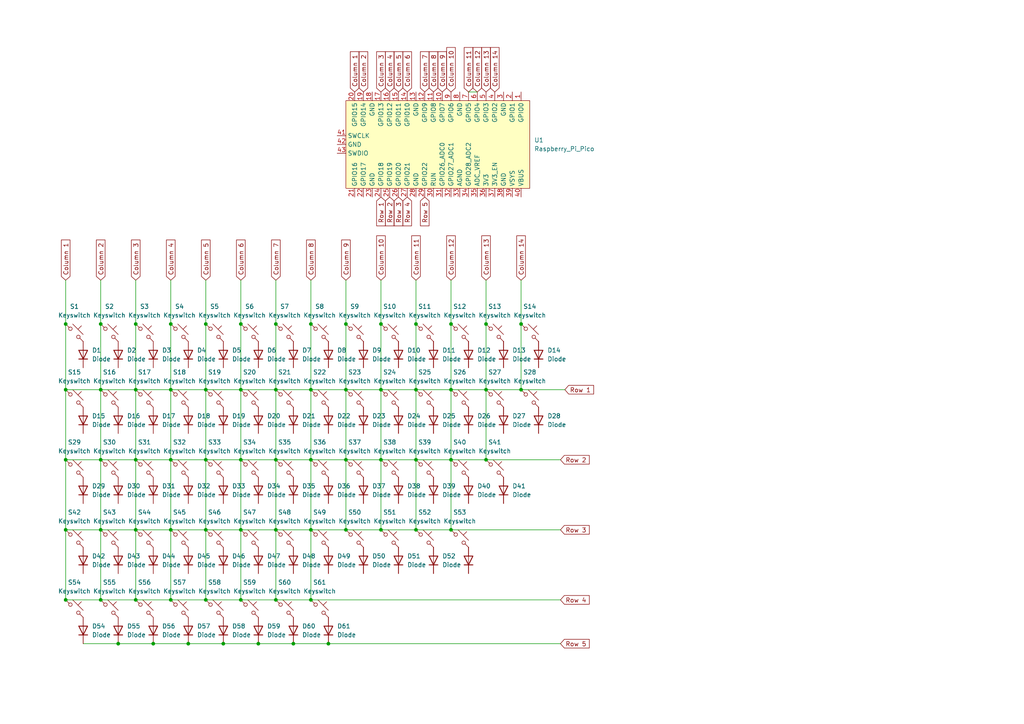
<source format=kicad_sch>
(kicad_sch (version 20231120) (generator "eeschema") (generator_version "8.0")
  (paper "A4")
  (lib_symbols
    (symbol "ScottoKeebs:MCU_Raspberry_Pi_Pico"
      (property "Reference" "U" (at 0 0 0))
      (property "Value" "Raspberry_Pi_Pico" (at 0 27.94 0))
      (symbol "MCU_Raspberry_Pi_Pico_1_1"
        (pin bidirectional line (at -15.24 24.13 0) (length 2.54) (name "GPIO0") (number "1"))
        (pin bidirectional line (at -15.24 1.27 0) (length 2.54) (name "GPIO7") (number "10"))
        (pin bidirectional line (at -15.24 -1.27 0) (length 2.54) (name "GPIO8") (number "11"))
        (pin bidirectional line (at -15.24 -3.81 0) (length 2.54) (name "GPIO9") (number "12"))
        (pin power_in line (at -15.24 -6.35 0) (length 2.54) (name "GND") (number "13"))
        (pin bidirectional line (at -15.24 -8.89 0) (length 2.54) (name "GPIO10") (number "14"))
        (pin bidirectional line (at -15.24 -11.43 0) (length 2.54) (name "GPIO11") (number "15"))
        (pin bidirectional line (at -15.24 -13.97 0) (length 2.54) (name "GPIO12") (number "16"))
        (pin bidirectional line (at -15.24 -16.51 0) (length 2.54) (name "GPIO13") (number "17"))
        (pin power_in line (at -15.24 -19.05 0) (length 2.54) (name "GND") (number "18"))
        (pin bidirectional line (at -15.24 -21.59 0) (length 2.54) (name "GPIO14") (number "19"))
        (pin bidirectional line (at -15.24 21.59 0) (length 2.54) (name "GPIO1") (number "2"))
        (pin bidirectional line (at -15.24 -24.13 0) (length 2.54) (name "GPIO15") (number "20"))
        (pin bidirectional line (at 15.24 -24.13 180) (length 2.54) (name "GPIO16") (number "21"))
        (pin bidirectional line (at 15.24 -21.59 180) (length 2.54) (name "GPIO17") (number "22"))
        (pin power_in line (at 15.24 -19.05 180) (length 2.54) (name "GND") (number "23"))
        (pin bidirectional line (at 15.24 -16.51 180) (length 2.54) (name "GPIO18") (number "24"))
        (pin bidirectional line (at 15.24 -13.97 180) (length 2.54) (name "GPIO19") (number "25"))
        (pin bidirectional line (at 15.24 -11.43 180) (length 2.54) (name "GPIO20") (number "26"))
        (pin bidirectional line (at 15.24 -8.89 180) (length 2.54) (name "GPIO21") (number "27"))
        (pin power_in line (at 15.24 -6.35 180) (length 2.54) (name "GND") (number "28"))
        (pin bidirectional line (at 15.24 -3.81 180) (length 2.54) (name "GPIO22") (number "29"))
        (pin power_in line (at -15.24 19.05 0) (length 2.54) (name "GND") (number "3"))
        (pin input line (at 15.24 -1.27 180) (length 2.54) (name "RUN") (number "30"))
        (pin bidirectional line (at 15.24 1.27 180) (length 2.54) (name "GPIO26_ADC0") (number "31"))
        (pin bidirectional line (at 15.24 3.81 180) (length 2.54) (name "GPIO27_ADC1") (number "32"))
        (pin power_in line (at 15.24 6.35 180) (length 2.54) (name "AGND") (number "33"))
        (pin bidirectional line (at 15.24 8.89 180) (length 2.54) (name "GPIO28_ADC2") (number "34"))
        (pin power_in line (at 15.24 11.43 180) (length 2.54) (name "ADC_VREF") (number "35"))
        (pin power_in line (at 15.24 13.97 180) (length 2.54) (name "3V3") (number "36"))
        (pin input line (at 15.24 16.51 180) (length 2.54) (name "3V3_EN") (number "37"))
        (pin bidirectional line (at 15.24 19.05 180) (length 2.54) (name "GND") (number "38"))
        (pin power_in line (at 15.24 21.59 180) (length 2.54) (name "VSYS") (number "39"))
        (pin bidirectional line (at -15.24 16.51 0) (length 2.54) (name "GPIO2") (number "4"))
        (pin power_in line (at 15.24 24.13 180) (length 2.54) (name "VBUS") (number "40"))
        (pin input line (at -2.54 -29.21 90) (length 2.54) (name "SWCLK") (number "41"))
        (pin power_in line (at 0 -29.21 90) (length 2.54) (name "GND") (number "42"))
        (pin bidirectional line (at 2.54 -29.21 90) (length 2.54) (name "SWDIO") (number "43"))
        (pin bidirectional line (at -15.24 13.97 0) (length 2.54) (name "GPIO3") (number "5"))
        (pin bidirectional line (at -15.24 11.43 0) (length 2.54) (name "GPIO4") (number "6"))
        (pin bidirectional line (at -15.24 8.89 0) (length 2.54) (name "GPIO5") (number "7"))
        (pin power_in line (at -15.24 6.35 0) (length 2.54) (name "GND") (number "8"))
        (pin bidirectional line (at -15.24 3.81 0) (length 2.54) (name "GPIO6") (number "9"))
      )
    )
    (symbol "ScottoKeebs:Placeholder_Diode" (pin_numbers hide) (pin_names hide)
      (property "Reference" "D" (at 0 2.54 0))
      (property "Value" "Diode" (at 0 -2.54 0))
      (symbol "Placeholder_Diode_1_1"
        (pin passive line (at -3.81 0 0) (length 2.54) (name "K") (number "1"))
        (pin passive line (at 3.81 0 180) (length 2.54) (name "A") (number "2"))
      )
    )
    (symbol "ScottoKeebs:Placeholder_Keyswitch" (pin_numbers hide) (pin_names (offset 1.016) hide)
      (property "Reference" "S" (at 3.048 1.016 0))
      (property "Value" "Keyswitch" (at 0 -3.81 0))
      (symbol "Placeholder_Keyswitch_0_1"
        (pin passive line (at -2.54 2.54 0) (length 0) (name "1") (number "1"))
        (pin passive line (at 2.54 -2.54 180) (length 0) (name "2") (number "2"))
      )
    )
  )
  (junction (at 100.33 133.35))
  (junction (at 69.85 93.98))
  (junction (at 49.53 113.03))
  (junction (at 110.49 93.98))
  (junction (at 29.21 173.99))
  (junction (at 151.13 93.98))
  (junction (at 69.85 153.67))
  (junction (at 19.05 173.99))
  (junction (at 90.17 173.99))
  (junction (at 90.17 153.67))
  (junction (at 29.21 113.03))
  (junction (at 130.81 153.67))
  (junction (at 80.01 153.67))
  (junction (at 59.69 133.35))
  (junction (at 74.93 186.69))
  (junction (at 44.45 186.69))
  (junction (at 29.21 133.35))
  (junction (at 120.65 153.67))
  (junction (at 80.01 133.35))
  (junction (at 100.33 113.03))
  (junction (at 59.69 93.98))
  (junction (at 19.05 93.98))
  (junction (at 59.69 113.03))
  (junction (at 39.37 153.67))
  (junction (at 140.97 93.98))
  (junction (at 69.85 113.03))
  (junction (at 49.53 173.99))
  (junction (at 110.49 153.67))
  (junction (at 130.81 113.03))
  (junction (at 110.49 133.35))
  (junction (at 29.21 93.98))
  (junction (at 19.05 153.67))
  (junction (at 80.01 113.03))
  (junction (at 69.85 173.99))
  (junction (at 140.97 133.35))
  (junction (at 19.05 113.03))
  (junction (at 59.69 173.99))
  (junction (at 95.25 186.69))
  (junction (at 120.65 113.03))
  (junction (at 85.09 186.69))
  (junction (at 110.49 113.03))
  (junction (at 80.01 173.99))
  (junction (at 120.65 93.98))
  (junction (at 140.97 113.03))
  (junction (at 39.37 133.35))
  (junction (at 49.53 153.67))
  (junction (at 49.53 133.35))
  (junction (at 130.81 93.98))
  (junction (at 90.17 133.35))
  (junction (at 29.21 153.67))
  (junction (at 54.61 186.69))
  (junction (at 49.53 93.98))
  (junction (at 90.17 93.98))
  (junction (at 90.17 113.03))
  (junction (at 39.37 93.98))
  (junction (at 39.37 113.03))
  (junction (at 100.33 93.98))
  (junction (at 120.65 133.35))
  (junction (at 59.69 153.67))
  (junction (at 151.13 113.03))
  (junction (at 64.77 186.69))
  (junction (at 34.29 186.69))
  (junction (at 80.01 93.98))
  (junction (at 130.81 133.35))
  (junction (at 69.85 133.35))
  (junction (at 100.33 153.67))
  (junction (at 19.05 133.35))
  (junction (at 39.37 173.99))
  (wire (pts (xy 29.21 93.98) (xy 29.21 113.03)))
  (wire (pts (xy 90.17 153.67) (xy 90.17 173.99)))
  (wire (pts (xy 80.01 133.35) (xy 90.17 133.35)))
  (wire (pts (xy 85.09 186.69) (xy 95.25 186.69)))
  (wire (pts (xy 80.01 113.03) (xy 80.01 133.35)))
  (wire (pts (xy 39.37 153.67) (xy 49.53 153.67)))
  (wire (pts (xy 39.37 113.03) (xy 39.37 133.35)))
  (wire (pts (xy 69.85 153.67) (xy 69.85 173.99)))
  (wire (pts (xy 100.33 133.35) (xy 110.49 133.35)))
  (wire (pts (xy 130.81 93.98) (xy 130.81 113.03)))
  (wire (pts (xy 39.37 173.99) (xy 49.53 173.99)))
  (wire (pts (xy 49.53 153.67) (xy 59.69 153.67)))
  (wire (pts (xy 54.61 186.69) (xy 64.77 186.69)))
  (wire (pts (xy 130.81 81.28) (xy 130.81 93.98)))
  (wire (pts (xy 140.97 113.03) (xy 140.97 133.35)))
  (wire (pts (xy 120.65 113.03) (xy 130.81 113.03)))
  (wire (pts (xy 69.85 173.99) (xy 80.01 173.99)))
  (wire (pts (xy 151.13 81.28) (xy 151.13 93.98)))
  (wire (pts (xy 69.85 93.98) (xy 69.85 113.03)))
  (wire (pts (xy 100.33 133.35) (xy 100.33 153.67)))
  (wire (pts (xy 29.21 113.03) (xy 29.21 133.35)))
  (wire (pts (xy 110.49 153.67) (xy 120.65 153.67)))
  (wire (pts (xy 29.21 81.28) (xy 29.21 93.98)))
  (wire (pts (xy 130.81 113.03) (xy 130.81 133.35)))
  (wire (pts (xy 29.21 133.35) (xy 29.21 153.67)))
  (wire (pts (xy 90.17 173.99) (xy 80.01 173.99)))
  (wire (pts (xy 59.69 153.67) (xy 59.69 173.99)))
  (wire (pts (xy 59.69 81.28) (xy 59.69 93.98)))
  (wire (pts (xy 90.17 93.98) (xy 90.17 113.03)))
  (wire (pts (xy 29.21 173.99) (xy 39.37 173.99)))
  (wire (pts (xy 80.01 81.28) (xy 80.01 93.98)))
  (wire (pts (xy 59.69 133.35) (xy 69.85 133.35)))
  (wire (pts (xy 29.21 153.67) (xy 29.21 173.99)))
  (wire (pts (xy 74.93 186.69) (xy 85.09 186.69)))
  (wire (pts (xy 49.53 93.98) (xy 49.53 113.03)))
  (wire (pts (xy 95.25 186.69) (xy 162.56 186.69)))
  (wire (pts (xy 120.65 133.35) (xy 120.65 153.67)))
  (wire (pts (xy 110.49 133.35) (xy 110.49 153.67)))
  (wire (pts (xy 90.17 133.35) (xy 100.33 133.35)))
  (wire (pts (xy 151.13 113.03) (xy 163.83 113.03)))
  (wire (pts (xy 80.01 113.03) (xy 90.17 113.03)))
  (wire (pts (xy 100.33 93.98) (xy 100.33 113.03)))
  (wire (pts (xy 110.49 113.03) (xy 110.49 133.35)))
  (wire (pts (xy 140.97 113.03) (xy 151.13 113.03)))
  (wire (pts (xy 80.01 153.67) (xy 90.17 153.67)))
  (wire (pts (xy 44.45 186.69) (xy 54.61 186.69)))
  (wire (pts (xy 39.37 93.98) (xy 39.37 113.03)))
  (wire (pts (xy 19.05 153.67) (xy 19.05 173.99)))
  (wire (pts (xy 49.53 133.35) (xy 59.69 133.35)))
  (wire (pts (xy 69.85 133.35) (xy 69.85 153.67)))
  (wire (pts (xy 59.69 133.35) (xy 59.69 153.67)))
  (wire (pts (xy 120.65 153.67) (xy 130.81 153.67)))
  (wire (pts (xy 69.85 113.03) (xy 69.85 133.35)))
  (wire (pts (xy 110.49 81.28) (xy 110.49 93.98)))
  (wire (pts (xy 69.85 81.28) (xy 69.85 93.98)))
  (wire (pts (xy 90.17 113.03) (xy 90.17 133.35)))
  (wire (pts (xy 100.33 81.28) (xy 100.33 93.98)))
  (wire (pts (xy 29.21 133.35) (xy 39.37 133.35)))
  (wire (pts (xy 19.05 153.67) (xy 29.21 153.67)))
  (wire (pts (xy 49.53 81.28) (xy 49.53 93.98)))
  (wire (pts (xy 80.01 93.98) (xy 80.01 113.03)))
  (wire (pts (xy 130.81 113.03) (xy 140.97 113.03)))
  (wire (pts (xy 19.05 133.35) (xy 29.21 133.35)))
  (wire (pts (xy 130.81 153.67) (xy 162.56 153.67)))
  (wire (pts (xy 80.01 133.35) (xy 80.01 153.67)))
  (wire (pts (xy 80.01 153.67) (xy 80.01 173.99)))
  (wire (pts (xy 39.37 133.35) (xy 49.53 133.35)))
  (wire (pts (xy 59.69 113.03) (xy 69.85 113.03)))
  (wire (pts (xy 19.05 113.03) (xy 29.21 113.03)))
  (wire (pts (xy 120.65 81.28) (xy 120.65 93.98)))
  (wire (pts (xy 151.13 93.98) (xy 151.13 113.03)))
  (wire (pts (xy 34.29 186.69) (xy 44.45 186.69)))
  (wire (pts (xy 64.77 186.69) (xy 74.93 186.69)))
  (wire (pts (xy 49.53 113.03) (xy 59.69 113.03)))
  (wire (pts (xy 140.97 133.35) (xy 162.56 133.35)))
  (wire (pts (xy 49.53 133.35) (xy 49.53 153.67)))
  (wire (pts (xy 39.37 81.28) (xy 39.37 93.98)))
  (wire (pts (xy 59.69 113.03) (xy 59.69 133.35)))
  (wire (pts (xy 19.05 113.03) (xy 19.05 133.35)))
  (wire (pts (xy 69.85 113.03) (xy 80.01 113.03)))
  (wire (pts (xy 100.33 113.03) (xy 100.33 133.35)))
  (wire (pts (xy 59.69 153.67) (xy 69.85 153.67)))
  (wire (pts (xy 110.49 113.03) (xy 120.65 113.03)))
  (wire (pts (xy 90.17 153.67) (xy 100.33 153.67)))
  (wire (pts (xy 90.17 133.35) (xy 90.17 153.67)))
  (wire (pts (xy 100.33 153.67) (xy 110.49 153.67)))
  (wire (pts (xy 69.85 133.35) (xy 80.01 133.35)))
  (wire (pts (xy 19.05 173.99) (xy 29.21 173.99)))
  (wire (pts (xy 130.81 133.35) (xy 130.81 153.67)))
  (wire (pts (xy 100.33 113.03) (xy 110.49 113.03)))
  (wire (pts (xy 39.37 133.35) (xy 39.37 153.67)))
  (wire (pts (xy 140.97 93.98) (xy 140.97 113.03)))
  (wire (pts (xy 39.37 153.67) (xy 39.37 173.99)))
  (wire (pts (xy 49.53 153.67) (xy 49.53 173.99)))
  (wire (pts (xy 140.97 81.28) (xy 140.97 93.98)))
  (wire (pts (xy 120.65 113.03) (xy 120.65 133.35)))
  (wire (pts (xy 29.21 153.67) (xy 39.37 153.67)))
  (wire (pts (xy 49.53 173.99) (xy 59.69 173.99)))
  (wire (pts (xy 90.17 81.28) (xy 90.17 93.98)))
  (wire (pts (xy 90.17 113.03) (xy 100.33 113.03)))
  (wire (pts (xy 162.56 173.99) (xy 90.17 173.99)))
  (wire (pts (xy 120.65 133.35) (xy 130.81 133.35)))
  (wire (pts (xy 135.89 26.67) (xy 138.43 26.67)))
  (wire (pts (xy 120.65 93.98) (xy 120.65 113.03)))
  (wire (pts (xy 110.49 93.98) (xy 110.49 113.03)))
  (wire (pts (xy 19.05 133.35) (xy 19.05 153.67)))
  (wire (pts (xy 29.21 113.03) (xy 39.37 113.03)))
  (wire (pts (xy 19.05 93.98) (xy 19.05 113.03)))
  (wire (pts (xy 39.37 113.03) (xy 49.53 113.03)))
  (wire (pts (xy 19.05 81.28) (xy 19.05 93.98)))
  (wire (pts (xy 69.85 153.67) (xy 80.01 153.67)))
  (wire (pts (xy 59.69 93.98) (xy 59.69 113.03)))
  (wire (pts (xy 24.13 186.69) (xy 34.29 186.69)))
  (wire (pts (xy 59.69 173.99) (xy 69.85 173.99)))
  (wire (pts (xy 130.81 133.35) (xy 140.97 133.35)))
  (wire (pts (xy 49.53 113.03) (xy 49.53 133.35)))
  (wire (pts (xy 110.49 133.35) (xy 120.65 133.35)))
  (global_label "Row 3" (shape input) (at 162.56 153.67 0) (property "Intersheetrefs" "${INTERSHEET_REFS}" (effects (hide yes))))
  (global_label "Column 9" (shape input) (at 128.27 26.67 90) (property "Intersheetrefs" "${INTERSHEET_REFS}" (effects (hide yes))))
  (global_label "Column 6" (shape input) (at 69.85 81.28 90) (property "Intersheetrefs" "${INTERSHEET_REFS}" (effects (hide yes))))
  (global_label "Column 3" (shape input) (at 39.37 81.28 90) (property "Intersheetrefs" "${INTERSHEET_REFS}" (effects (hide yes))))
  (global_label "Column 8" (shape input) (at 125.73 26.67 90) (property "Intersheetrefs" "${INTERSHEET_REFS}" (effects (hide yes))))
  (global_label "Column 1" (shape input) (at 19.05 81.28 90) (property "Intersheetrefs" "${INTERSHEET_REFS}" (effects (hide yes))))
  (global_label "Row 5" (shape input) (at 123.19 57.15 270) (property "Intersheetrefs" "${INTERSHEET_REFS}" (effects (hide yes))))
  (global_label "Row 2" (shape input) (at 162.56 133.35 0) (property "Intersheetrefs" "${INTERSHEET_REFS}" (effects (hide yes))))
  (global_label "Column 3" (shape input) (at 110.49 26.67 90) (property "Intersheetrefs" "${INTERSHEET_REFS}" (effects (hide yes))))
  (global_label "Row 4" (shape input) (at 162.56 173.99 0) (property "Intersheetrefs" "${INTERSHEET_REFS}" (effects (hide yes))))
  (global_label "Column 2" (shape input) (at 105.41 26.67 90) (property "Intersheetrefs" "${INTERSHEET_REFS}" (effects (hide yes))))
  (global_label "Column 5" (shape input) (at 115.57 26.67 90) (property "Intersheetrefs" "${INTERSHEET_REFS}" (effects (hide yes))))
  (global_label "Row 1" (shape input) (at 163.83 113.03 0) (property "Intersheetrefs" "${INTERSHEET_REFS}" (effects (hide yes))))
  (global_label "Column 13" (shape input) (at 140.97 26.67 90) (property "Intersheetrefs" "${INTERSHEET_REFS}" (effects (hide yes))))
  (global_label "Column 14" (shape input) (at 151.13 81.28 90) (property "Intersheetrefs" "${INTERSHEET_REFS}" (effects (hide yes))))
  (global_label "Column 4" (shape input) (at 49.53 81.28 90) (property "Intersheetrefs" "${INTERSHEET_REFS}" (effects (hide yes))))
  (global_label "Column 13" (shape input) (at 140.97 81.28 90) (property "Intersheetrefs" "${INTERSHEET_REFS}" (effects (hide yes))))
  (global_label "Row 2" (shape input) (at 113.03 57.15 270) (property "Intersheetrefs" "${INTERSHEET_REFS}" (effects (hide yes))))
  (global_label "Column 10" (shape input) (at 130.81 26.67 90) (property "Intersheetrefs" "${INTERSHEET_REFS}" (effects (hide yes))))
  (global_label "Column 11" (shape input) (at 120.65 81.28 90) (property "Intersheetrefs" "${INTERSHEET_REFS}" (effects (hide yes))))
  (global_label "Column 10" (shape input) (at 110.49 81.28 90) (property "Intersheetrefs" "${INTERSHEET_REFS}" (effects (hide yes))))
  (global_label "Column 2" (shape input) (at 29.21 81.28 90) (property "Intersheetrefs" "${INTERSHEET_REFS}" (effects (hide yes))))
  (global_label "Column 1" (shape input) (at 102.87 26.67 90) (property "Intersheetrefs" "${INTERSHEET_REFS}" (effects (hide yes))))
  (global_label "Column 7" (shape input) (at 80.01 81.28 90) (property "Intersheetrefs" "${INTERSHEET_REFS}" (effects (hide yes))))
  (global_label "Column 14" (shape input) (at 143.51 26.67 90) (property "Intersheetrefs" "${INTERSHEET_REFS}" (effects (hide yes))))
  (global_label "Column 11" (shape input) (at 135.89 26.67 90) (property "Intersheetrefs" "${INTERSHEET_REFS}" (effects (hide yes))))
  (global_label "Row 1" (shape input) (at 110.49 57.15 270) (property "Intersheetrefs" "${INTERSHEET_REFS}" (effects (hide yes))))
  (global_label "Column 8" (shape input) (at 90.17 81.28 90) (property "Intersheetrefs" "${INTERSHEET_REFS}" (effects (hide yes))))
  (global_label "Row 5" (shape input) (at 162.56 186.69 0) (property "Intersheetrefs" "${INTERSHEET_REFS}" (effects (hide yes))))
  (global_label "Column 7" (shape input) (at 123.19 26.67 90) (property "Intersheetrefs" "${INTERSHEET_REFS}" (effects (hide yes))))
  (global_label "Column 5" (shape input) (at 59.69 81.28 90) (property "Intersheetrefs" "${INTERSHEET_REFS}" (effects (hide yes))))
  (global_label "Column 9" (shape input) (at 100.33 81.28 90) (property "Intersheetrefs" "${INTERSHEET_REFS}" (effects (hide yes))))
  (global_label "Column 12" (shape input) (at 130.81 81.28 90) (property "Intersheetrefs" "${INTERSHEET_REFS}" (effects (hide yes))))
  (global_label "Row 4" (shape input) (at 118.11 57.15 270) (property "Intersheetrefs" "${INTERSHEET_REFS}" (effects (hide yes))))
  (global_label "Column 12" (shape input) (at 138.43 26.67 90) (property "Intersheetrefs" "${INTERSHEET_REFS}" (effects (hide yes))))
  (global_label "Row 3" (shape input) (at 115.57 57.15 270) (property "Intersheetrefs" "${INTERSHEET_REFS}" (effects (hide yes))))
  (global_label "Column 6" (shape input) (at 118.11 26.67 90) (property "Intersheetrefs" "${INTERSHEET_REFS}" (effects (hide yes))))
  (global_label "Column 4" (shape input) (at 113.03 26.67 90) (property "Intersheetrefs" "${INTERSHEET_REFS}" (effects (hide yes))))
  (symbol (lib_id "ScottoKeebs:Placeholder_Diode") (at 85.09 142.24 90) (unit 1)
    (property "Reference" "D35" (at 87.63 140.9699 90) (effects (justify right)))
    (property "Value" "Diode" (at 87.63 143.5099 90) (effects (justify right)))
    (property "Footprint" "ScottoKeebs_Components:Diode_DO-35" (effects (hide yes)))
    (property "Description" "1N4148 (DO-35) or 1N4148W (SOD-123)" (effects (hide yes)))
    (property "Sim.Device" "D" (effects (hide yes)))
    (property "Sim.Pins" "1=K 2=A" (effects (hide yes)))
  )
  (symbol (lib_id "ScottoKeebs:Placeholder_Keyswitch") (at 113.03 115.57 0) (unit 1)
    (property "Reference" "S24" (at 113.03 107.95 0))
    (property "Value" "Keyswitch" (at 113.03 110.49 0))
    (property "Footprint" "ScottoKeebs_MX:MX_PCB_1.00u" (effects (hide yes)))
    (property "Description" "Push button switch, normally open, two pins, 45° tilted" (effects (hide yes)))
  )
  (symbol (lib_id "ScottoKeebs:Placeholder_Keyswitch") (at 82.55 176.53 0) (unit 1)
    (property "Reference" "S60" (at 82.55 168.91 0))
    (property "Value" "Keyswitch" (at 82.55 171.45 0))
    (property "Footprint" "ScottoKeebs_MX:MX_PCB_1.00u" (effects (hide yes)))
    (property "Description" "Push button switch, normally open, two pins, 45° tilted" (effects (hide yes)))
  )
  (symbol (lib_id "ScottoKeebs:Placeholder_Diode") (at 64.77 162.56 90) (unit 1)
    (property "Reference" "D46" (at 67.31 161.2899 90) (effects (justify right)))
    (property "Value" "Diode" (at 67.31 163.8299 90) (effects (justify right)))
    (property "Footprint" "ScottoKeebs_Components:Diode_DO-35" (effects (hide yes)))
    (property "Description" "1N4148 (DO-35) or 1N4148W (SOD-123)" (effects (hide yes)))
    (property "Sim.Device" "D" (effects (hide yes)))
    (property "Sim.Pins" "1=K 2=A" (effects (hide yes)))
  )
  (symbol (lib_id "ScottoKeebs:Placeholder_Keyswitch") (at 113.03 96.52 0) (unit 1)
    (property "Reference" "S10" (at 113.03 88.9 0))
    (property "Value" "Keyswitch" (at 113.03 91.44 0))
    (property "Footprint" "ScottoKeebs_MX:MX_PCB_1.00u" (effects (hide yes)))
    (property "Description" "Push button switch, normally open, two pins, 45° tilted" (effects (hide yes)))
  )
  (symbol (lib_id "ScottoKeebs:Placeholder_Keyswitch") (at 72.39 96.52 0) (unit 1)
    (property "Reference" "S6" (at 72.39 88.9 0))
    (property "Value" "Keyswitch" (at 72.39 91.44 0))
    (property "Footprint" "ScottoKeebs_MX:MX_PCB_1.00u" (effects (hide yes)))
    (property "Description" "Push button switch, normally open, two pins, 45° tilted" (effects (hide yes)))
  )
  (symbol (lib_id "ScottoKeebs:Placeholder_Diode") (at 146.05 102.87 90) (unit 1)
    (property "Reference" "D13" (at 148.59 101.5999 90) (effects (justify right)))
    (property "Value" "Diode" (at 148.59 104.1399 90) (effects (justify right)))
    (property "Footprint" "ScottoKeebs_Components:Diode_DO-35" (effects (hide yes)))
    (property "Description" "1N4148 (DO-35) or 1N4148W (SOD-123)" (effects (hide yes)))
    (property "Sim.Device" "D" (effects (hide yes)))
    (property "Sim.Pins" "1=K 2=A" (effects (hide yes)))
  )
  (symbol (lib_id "ScottoKeebs:Placeholder_Diode") (at 54.61 102.87 90) (unit 1)
    (property "Reference" "D4" (at 57.15 101.5999 90) (effects (justify right)))
    (property "Value" "Diode" (at 57.15 104.1399 90) (effects (justify right)))
    (property "Footprint" "ScottoKeebs_Components:Diode_DO-35" (effects (hide yes)))
    (property "Description" "1N4148 (DO-35) or 1N4148W (SOD-123)" (effects (hide yes)))
    (property "Sim.Device" "D" (effects (hide yes)))
    (property "Sim.Pins" "1=K 2=A" (effects (hide yes)))
  )
  (symbol (lib_id "ScottoKeebs:Placeholder_Keyswitch") (at 52.07 115.57 0) (unit 1)
    (property "Reference" "S18" (at 52.07 107.95 0))
    (property "Value" "Keyswitch" (at 52.07 110.49 0))
    (property "Footprint" "ScottoKeebs_MX:MX_PCB_1.00u" (effects (hide yes)))
    (property "Description" "Push button switch, normally open, two pins, 45° tilted" (effects (hide yes)))
  )
  (symbol (lib_id "ScottoKeebs:Placeholder_Diode") (at 74.93 121.92 90) (unit 1)
    (property "Reference" "D20" (at 77.47 120.6499 90) (effects (justify right)))
    (property "Value" "Diode" (at 77.47 123.1899 90) (effects (justify right)))
    (property "Footprint" "ScottoKeebs_Components:Diode_DO-35" (effects (hide yes)))
    (property "Description" "1N4148 (DO-35) or 1N4148W (SOD-123)" (effects (hide yes)))
    (property "Sim.Device" "D" (effects (hide yes)))
    (property "Sim.Pins" "1=K 2=A" (effects (hide yes)))
  )
  (symbol (lib_id "ScottoKeebs:Placeholder_Keyswitch") (at 82.55 115.57 0) (unit 1)
    (property "Reference" "S21" (at 82.55 107.95 0))
    (property "Value" "Keyswitch" (at 82.55 110.49 0))
    (property "Footprint" "ScottoKeebs_MX:MX_PCB_1.00u" (effects (hide yes)))
    (property "Description" "Push button switch, normally open, two pins, 45° tilted" (effects (hide yes)))
  )
  (symbol (lib_id "ScottoKeebs:Placeholder_Keyswitch") (at 21.59 135.89 0) (unit 1)
    (property "Reference" "S29" (at 21.59 128.27 0))
    (property "Value" "Keyswitch" (at 21.59 130.81 0))
    (property "Footprint" "ScottoKeebs_MX:MX_PCB_1.75u" (effects (hide yes)))
    (property "Description" "Push button switch, normally open, two pins, 45° tilted" (effects (hide yes)))
  )
  (symbol (lib_id "ScottoKeebs:Placeholder_Diode") (at 44.45 102.87 90) (unit 1)
    (property "Reference" "D3" (at 46.99 101.5999 90) (effects (justify right)))
    (property "Value" "Diode" (at 46.99 104.1399 90) (effects (justify right)))
    (property "Footprint" "ScottoKeebs_Components:Diode_DO-35" (effects (hide yes)))
    (property "Description" "1N4148 (DO-35) or 1N4148W (SOD-123)" (effects (hide yes)))
    (property "Sim.Device" "D" (effects (hide yes)))
    (property "Sim.Pins" "1=K 2=A" (effects (hide yes)))
  )
  (symbol (lib_id "ScottoKeebs:Placeholder_Diode") (at 64.77 182.88 90) (unit 1)
    (property "Reference" "D58" (at 67.31 181.6099 90) (effects (justify right)))
    (property "Value" "Diode" (at 67.31 184.1499 90) (effects (justify right)))
    (property "Footprint" "ScottoKeebs_Components:Diode_DO-35" (effects (hide yes)))
    (property "Description" "1N4148 (DO-35) or 1N4148W (SOD-123)" (effects (hide yes)))
    (property "Sim.Device" "D" (effects (hide yes)))
    (property "Sim.Pins" "1=K 2=A" (effects (hide yes)))
  )
  (symbol (lib_id "ScottoKeebs:Placeholder_Keyswitch") (at 52.07 176.53 0) (unit 1)
    (property "Reference" "S57" (at 52.07 168.91 0))
    (property "Value" "Keyswitch" (at 52.07 171.45 0))
    (property "Footprint" "ScottoKeebs_MX:MX_PCB_7.00u" (effects (hide yes)))
    (property "Description" "Push button switch, normally open, two pins, 45° tilted" (effects (hide yes)))
  )
  (symbol (lib_id "ScottoKeebs:Placeholder_Keyswitch") (at 92.71 176.53 0) (unit 1)
    (property "Reference" "S61" (at 92.71 168.91 0))
    (property "Value" "Keyswitch" (at 92.71 171.45 0))
    (property "Footprint" "ScottoKeebs_MX:MX_PCB_1.00u" (effects (hide yes)))
    (property "Description" "Push button switch, normally open, two pins, 45° tilted" (effects (hide yes)))
  )
  (symbol (lib_id "ScottoKeebs:Placeholder_Keyswitch") (at 133.35 96.52 0) (unit 1)
    (property "Reference" "S12" (at 133.35 88.9 0))
    (property "Value" "Keyswitch" (at 133.35 91.44 0))
    (property "Footprint" "ScottoKeebs_MX:MX_PCB_1.00u" (effects (hide yes)))
    (property "Description" "Push button switch, normally open, two pins, 45° tilted" (effects (hide yes)))
  )
  (symbol (lib_id "ScottoKeebs:Placeholder_Diode") (at 95.25 121.92 90) (unit 1)
    (property "Reference" "D22" (at 97.79 120.6499 90) (effects (justify right)))
    (property "Value" "Diode" (at 97.79 123.1899 90) (effects (justify right)))
    (property "Footprint" "ScottoKeebs_Components:Diode_DO-35" (effects (hide yes)))
    (property "Description" "1N4148 (DO-35) or 1N4148W (SOD-123)" (effects (hide yes)))
    (property "Sim.Device" "D" (effects (hide yes)))
    (property "Sim.Pins" "1=K 2=A" (effects (hide yes)))
  )
  (symbol (lib_id "ScottoKeebs:Placeholder_Keyswitch") (at 82.55 96.52 0) (unit 1)
    (property "Reference" "S7" (at 82.55 88.9 0))
    (property "Value" "Keyswitch" (at 82.55 91.44 0))
    (property "Footprint" "ScottoKeebs_MX:MX_PCB_1.00u" (effects (hide yes)))
    (property "Description" "Push button switch, normally open, two pins, 45° tilted" (effects (hide yes)))
  )
  (symbol (lib_id "ScottoKeebs:Placeholder_Diode") (at 34.29 142.24 90) (unit 1)
    (property "Reference" "D30" (at 36.83 140.9699 90) (effects (justify right)))
    (property "Value" "Diode" (at 36.83 143.5099 90) (effects (justify right)))
    (property "Footprint" "ScottoKeebs_Components:Diode_DO-35" (effects (hide yes)))
    (property "Description" "1N4148 (DO-35) or 1N4148W (SOD-123)" (effects (hide yes)))
    (property "Sim.Device" "D" (effects (hide yes)))
    (property "Sim.Pins" "1=K 2=A" (effects (hide yes)))
  )
  (symbol (lib_id "ScottoKeebs:Placeholder_Diode") (at 44.45 182.88 90) (unit 1)
    (property "Reference" "D56" (at 46.99 181.6099 90) (effects (justify right)))
    (property "Value" "Diode" (at 46.99 184.1499 90) (effects (justify right)))
    (property "Footprint" "ScottoKeebs_Components:Diode_DO-35" (effects (hide yes)))
    (property "Description" "1N4148 (DO-35) or 1N4148W (SOD-123)" (effects (hide yes)))
    (property "Sim.Device" "D" (effects (hide yes)))
    (property "Sim.Pins" "1=K 2=A" (effects (hide yes)))
  )
  (symbol (lib_id "ScottoKeebs:Placeholder_Diode") (at 34.29 162.56 90) (unit 1)
    (property "Reference" "D43" (at 36.83 161.2899 90) (effects (justify right)))
    (property "Value" "Diode" (at 36.83 163.8299 90) (effects (justify right)))
    (property "Footprint" "ScottoKeebs_Components:Diode_DO-35" (effects (hide yes)))
    (property "Description" "1N4148 (DO-35) or 1N4148W (SOD-123)" (effects (hide yes)))
    (property "Sim.Device" "D" (effects (hide yes)))
    (property "Sim.Pins" "1=K 2=A" (effects (hide yes)))
  )
  (symbol (lib_id "ScottoKeebs:Placeholder_Diode") (at 85.09 121.92 90) (unit 1)
    (property "Reference" "D21" (at 87.63 120.6499 90) (effects (justify right)))
    (property "Value" "Diode" (at 87.63 123.1899 90) (effects (justify right)))
    (property "Footprint" "ScottoKeebs_Components:Diode_DO-35" (effects (hide yes)))
    (property "Description" "1N4148 (DO-35) or 1N4148W (SOD-123)" (effects (hide yes)))
    (property "Sim.Device" "D" (effects (hide yes)))
    (property "Sim.Pins" "1=K 2=A" (effects (hide yes)))
  )
  (symbol (lib_id "ScottoKeebs:Placeholder_Diode") (at 24.13 102.87 90) (unit 1)
    (property "Reference" "D1" (at 26.67 101.5999 90) (effects (justify right)))
    (property "Value" "Diode" (at 26.67 104.1399 90) (effects (justify right)))
    (property "Footprint" "ScottoKeebs_Components:Diode_DO-35" (effects (hide yes)))
    (property "Description" "1N4148 (DO-35) or 1N4148W (SOD-123)" (effects (hide yes)))
    (property "Sim.Device" "D" (effects (hide yes)))
    (property "Sim.Pins" "1=K 2=A" (effects (hide yes)))
  )
  (symbol (lib_id "ScottoKeebs:Placeholder_Diode") (at 64.77 121.92 90) (unit 1)
    (property "Reference" "D19" (at 67.31 120.6499 90) (effects (justify right)))
    (property "Value" "Diode" (at 67.31 123.1899 90) (effects (justify right)))
    (property "Footprint" "ScottoKeebs_Components:Diode_DO-35" (effects (hide yes)))
    (property "Description" "1N4148 (DO-35) or 1N4148W (SOD-123)" (effects (hide yes)))
    (property "Sim.Device" "D" (effects (hide yes)))
    (property "Sim.Pins" "1=K 2=A" (effects (hide yes)))
  )
  (symbol (lib_id "ScottoKeebs:Placeholder_Diode") (at 115.57 102.87 90) (unit 1)
    (property "Reference" "D10" (at 118.11 101.5999 90) (effects (justify right)))
    (property "Value" "Diode" (at 118.11 104.1399 90) (effects (justify right)))
    (property "Footprint" "ScottoKeebs_Components:Diode_DO-35" (effects (hide yes)))
    (property "Description" "1N4148 (DO-35) or 1N4148W (SOD-123)" (effects (hide yes)))
    (property "Sim.Device" "D" (effects (hide yes)))
    (property "Sim.Pins" "1=K 2=A" (effects (hide yes)))
  )
  (symbol (lib_id "ScottoKeebs:Placeholder_Diode") (at 34.29 182.88 90) (unit 1)
    (property "Reference" "D55" (at 36.83 181.6099 90) (effects (justify right)))
    (property "Value" "Diode" (at 36.83 184.1499 90) (effects (justify right)))
    (property "Footprint" "ScottoKeebs_Components:Diode_DO-35" (effects (hide yes)))
    (property "Description" "1N4148 (DO-35) or 1N4148W (SOD-123)" (effects (hide yes)))
    (property "Sim.Device" "D" (effects (hide yes)))
    (property "Sim.Pins" "1=K 2=A" (effects (hide yes)))
  )
  (symbol (lib_id "ScottoKeebs:Placeholder_Keyswitch") (at 153.67 96.52 0) (unit 1)
    (property "Reference" "S14" (at 153.67 88.9 0))
    (property "Value" "Keyswitch" (at 153.67 91.44 0))
    (property "Footprint" "ScottoKeebs_MX:MX_PCB_2.00u" (effects (hide yes)))
    (property "Description" "Push button switch, normally open, two pins, 45° tilted" (effects (hide yes)))
  )
  (symbol (lib_id "ScottoKeebs:Placeholder_Diode") (at 115.57 162.56 90) (unit 1)
    (property "Reference" "D51" (at 118.11 161.2899 90) (effects (justify right)))
    (property "Value" "Diode" (at 118.11 163.8299 90) (effects (justify right)))
    (property "Footprint" "ScottoKeebs_Components:Diode_DO-35" (effects (hide yes)))
    (property "Description" "1N4148 (DO-35) or 1N4148W (SOD-123)" (effects (hide yes)))
    (property "Sim.Device" "D" (effects (hide yes)))
    (property "Sim.Pins" "1=K 2=A" (effects (hide yes)))
  )
  (symbol (lib_id "ScottoKeebs:Placeholder_Keyswitch") (at 62.23 135.89 0) (unit 1)
    (property "Reference" "S33" (at 62.23 128.27 0))
    (property "Value" "Keyswitch" (at 62.23 130.81 0))
    (property "Footprint" "ScottoKeebs_MX:MX_PCB_1.00u" (effects (hide yes)))
    (property "Description" "Push button switch, normally open, two pins, 45° tilted" (effects (hide yes)))
  )
  (symbol (lib_id "ScottoKeebs:Placeholder_Keyswitch") (at 92.71 115.57 0) (unit 1)
    (property "Reference" "S22" (at 92.71 107.95 0))
    (property "Value" "Keyswitch" (at 92.71 110.49 0))
    (property "Footprint" "ScottoKeebs_MX:MX_PCB_1.00u" (effects (hide yes)))
    (property "Description" "Push button switch, normally open, two pins, 45° tilted" (effects (hide yes)))
  )
  (symbol (lib_id "ScottoKeebs:Placeholder_Diode") (at 115.57 121.92 90) (unit 1)
    (property "Reference" "D24" (at 118.11 120.6499 90) (effects (justify right)))
    (property "Value" "Diode" (at 118.11 123.1899 90) (effects (justify right)))
    (property "Footprint" "ScottoKeebs_Components:Diode_DO-35" (effects (hide yes)))
    (property "Description" "1N4148 (DO-35) or 1N4148W (SOD-123)" (effects (hide yes)))
    (property "Sim.Device" "D" (effects (hide yes)))
    (property "Sim.Pins" "1=K 2=A" (effects (hide yes)))
  )
  (symbol (lib_id "ScottoKeebs:Placeholder_Diode") (at 135.89 102.87 90) (unit 1)
    (property "Reference" "D12" (at 138.43 101.5999 90) (effects (justify right)))
    (property "Value" "Diode" (at 138.43 104.1399 90) (effects (justify right)))
    (property "Footprint" "ScottoKeebs_Components:Diode_DO-35" (effects (hide yes)))
    (property "Description" "1N4148 (DO-35) or 1N4148W (SOD-123)" (effects (hide yes)))
    (property "Sim.Device" "D" (effects (hide yes)))
    (property "Sim.Pins" "1=K 2=A" (effects (hide yes)))
  )
  (symbol (lib_id "ScottoKeebs:Placeholder_Diode") (at 54.61 182.88 90) (unit 1)
    (property "Reference" "D57" (at 57.15 181.6099 90) (effects (justify right)))
    (property "Value" "Diode" (at 57.15 184.1499 90) (effects (justify right)))
    (property "Footprint" "ScottoKeebs_Components:Diode_DO-35" (effects (hide yes)))
    (property "Description" "1N4148 (DO-35) or 1N4148W (SOD-123)" (effects (hide yes)))
    (property "Sim.Device" "D" (effects (hide yes)))
    (property "Sim.Pins" "1=K 2=A" (effects (hide yes)))
  )
  (symbol (lib_id "ScottoKeebs:Placeholder_Keyswitch") (at 102.87 115.57 0) (unit 1)
    (property "Reference" "S23" (at 102.87 107.95 0))
    (property "Value" "Keyswitch" (at 102.87 110.49 0))
    (property "Footprint" "ScottoKeebs_MX:MX_PCB_1.00u" (effects (hide yes)))
    (property "Description" "Push button switch, normally open, two pins, 45° tilted" (effects (hide yes)))
  )
  (symbol (lib_id "ScottoKeebs:Placeholder_Diode") (at 85.09 182.88 90) (unit 1)
    (property "Reference" "D60" (at 87.63 181.6099 90) (effects (justify right)))
    (property "Value" "Diode" (at 87.63 184.1499 90) (effects (justify right)))
    (property "Footprint" "ScottoKeebs_Components:Diode_DO-35" (effects (hide yes)))
    (property "Description" "1N4148 (DO-35) or 1N4148W (SOD-123)" (effects (hide yes)))
    (property "Sim.Device" "D" (effects (hide yes)))
    (property "Sim.Pins" "1=K 2=A" (effects (hide yes)))
  )
  (symbol (lib_id "ScottoKeebs:Placeholder_Diode") (at 24.13 182.88 90) (unit 1)
    (property "Reference" "D54" (at 26.67 181.6099 90) (effects (justify right)))
    (property "Value" "Diode" (at 26.67 184.1499 90) (effects (justify right)))
    (property "Footprint" "ScottoKeebs_Components:Diode_DO-35" (effects (hide yes)))
    (property "Description" "1N4148 (DO-35) or 1N4148W (SOD-123)" (effects (hide yes)))
    (property "Sim.Device" "D" (effects (hide yes)))
    (property "Sim.Pins" "1=K 2=A" (effects (hide yes)))
  )
  (symbol (lib_id "ScottoKeebs:Placeholder_Diode") (at 24.13 162.56 90) (unit 1)
    (property "Reference" "D42" (at 26.67 161.2899 90) (effects (justify right)))
    (property "Value" "Diode" (at 26.67 163.8299 90) (effects (justify right)))
    (property "Footprint" "ScottoKeebs_Components:Diode_DO-35" (effects (hide yes)))
    (property "Description" "1N4148 (DO-35) or 1N4148W (SOD-123)" (effects (hide yes)))
    (property "Sim.Device" "D" (effects (hide yes)))
    (property "Sim.Pins" "1=K 2=A" (effects (hide yes)))
  )
  (symbol (lib_id "ScottoKeebs:Placeholder_Diode") (at 54.61 142.24 90) (unit 1)
    (property "Reference" "D32" (at 57.15 140.9699 90) (effects (justify right)))
    (property "Value" "Diode" (at 57.15 143.5099 90) (effects (justify right)))
    (property "Footprint" "ScottoKeebs_Components:Diode_DO-35" (effects (hide yes)))
    (property "Description" "1N4148 (DO-35) or 1N4148W (SOD-123)" (effects (hide yes)))
    (property "Sim.Device" "D" (effects (hide yes)))
    (property "Sim.Pins" "1=K 2=A" (effects (hide yes)))
  )
  (symbol (lib_id "ScottoKeebs:Placeholder_Keyswitch") (at 62.23 96.52 0) (unit 1)
    (property "Reference" "S5" (at 62.23 88.9 0))
    (property "Value" "Keyswitch" (at 62.23 91.44 0))
    (property "Footprint" "ScottoKeebs_MX:MX_PCB_1.00u" (effects (hide yes)))
    (property "Description" "Push button switch, normally open, two pins, 45° tilted" (effects (hide yes)))
  )
  (symbol (lib_id "ScottoKeebs:Placeholder_Diode") (at 64.77 142.24 90) (unit 1)
    (property "Reference" "D33" (at 67.31 140.9699 90) (effects (justify right)))
    (property "Value" "Diode" (at 67.31 143.5099 90) (effects (justify right)))
    (property "Footprint" "ScottoKeebs_Components:Diode_DO-35" (effects (hide yes)))
    (property "Description" "1N4148 (DO-35) or 1N4148W (SOD-123)" (effects (hide yes)))
    (property "Sim.Device" "D" (effects (hide yes)))
    (property "Sim.Pins" "1=K 2=A" (effects (hide yes)))
  )
  (symbol (lib_id "ScottoKeebs:Placeholder_Diode") (at 34.29 121.92 90) (unit 1)
    (property "Reference" "D16" (at 36.83 120.6499 90) (effects (justify right)))
    (property "Value" "Diode" (at 36.83 123.1899 90) (effects (justify right)))
    (property "Footprint" "ScottoKeebs_Components:Diode_DO-35" (effects (hide yes)))
    (property "Description" "1N4148 (DO-35) or 1N4148W (SOD-123)" (effects (hide yes)))
    (property "Sim.Device" "D" (effects (hide yes)))
    (property "Sim.Pins" "1=K 2=A" (effects (hide yes)))
  )
  (symbol (lib_id "ScottoKeebs:Placeholder_Keyswitch") (at 133.35 156.21 0) (unit 1)
    (property "Reference" "S53" (at 133.35 148.59 0))
    (property "Value" "Keyswitch" (at 133.35 151.13 0))
    (property "Footprint" "ScottoKeebs_MX:MX_PCB_2.50u" (effects (hide yes)))
    (property "Description" "Push button switch, normally open, two pins, 45° tilted" (effects (hide yes)))
  )
  (symbol (lib_id "ScottoKeebs:Placeholder_Keyswitch") (at 52.07 135.89 0) (unit 1)
    (property "Reference" "S32" (at 52.07 128.27 0))
    (property "Value" "Keyswitch" (at 52.07 130.81 0))
    (property "Footprint" "ScottoKeebs_MX:MX_PCB_1.00u" (effects (hide yes)))
    (property "Description" "Push button switch, normally open, two pins, 45° tilted" (effects (hide yes)))
  )
  (symbol (lib_id "ScottoKeebs:Placeholder_Keyswitch") (at 123.19 156.21 0) (unit 1)
    (property "Reference" "S52" (at 123.19 148.59 0))
    (property "Value" "Keyswitch" (at 123.19 151.13 0))
    (property "Footprint" "ScottoKeebs_MX:MX_PCB_1.00u" (effects (hide yes)))
    (property "Description" "Push button switch, normally open, two pins, 45° tilted" (effects (hide yes)))
  )
  (symbol (lib_id "ScottoKeebs:Placeholder_Diode") (at 44.45 121.92 90) (unit 1)
    (property "Reference" "D17" (at 46.99 120.6499 90) (effects (justify right)))
    (property "Value" "Diode" (at 46.99 123.1899 90) (effects (justify right)))
    (property "Footprint" "ScottoKeebs_Components:Diode_DO-35" (effects (hide yes)))
    (property "Description" "1N4148 (DO-35) or 1N4148W (SOD-123)" (effects (hide yes)))
    (property "Sim.Device" "D" (effects (hide yes)))
    (property "Sim.Pins" "1=K 2=A" (effects (hide yes)))
  )
  (symbol (lib_id "ScottoKeebs:Placeholder_Diode") (at 44.45 142.24 90) (unit 1)
    (property "Reference" "D31" (at 46.99 140.9699 90) (effects (justify right)))
    (property "Value" "Diode" (at 46.99 143.5099 90) (effects (justify right)))
    (property "Footprint" "ScottoKeebs_Components:Diode_DO-35" (effects (hide yes)))
    (property "Description" "1N4148 (DO-35) or 1N4148W (SOD-123)" (effects (hide yes)))
    (property "Sim.Device" "D" (effects (hide yes)))
    (property "Sim.Pins" "1=K 2=A" (effects (hide yes)))
  )
  (symbol (lib_id "ScottoKeebs:Placeholder_Diode") (at 125.73 162.56 90) (unit 1)
    (property "Reference" "D52" (at 128.27 161.2899 90) (effects (justify right)))
    (property "Value" "Diode" (at 128.27 163.8299 90) (effects (justify right)))
    (property "Footprint" "ScottoKeebs_Components:Diode_DO-35" (effects (hide yes)))
    (property "Description" "1N4148 (DO-35) or 1N4148W (SOD-123)" (effects (hide yes)))
    (property "Sim.Device" "D" (effects (hide yes)))
    (property "Sim.Pins" "1=K 2=A" (effects (hide yes)))
  )
  (symbol (lib_id "ScottoKeebs:Placeholder_Diode") (at 125.73 121.92 90) (unit 1)
    (property "Reference" "D25" (at 128.27 120.6499 90) (effects (justify right)))
    (property "Value" "Diode" (at 128.27 123.1899 90) (effects (justify right)))
    (property "Footprint" "ScottoKeebs_Components:Diode_DO-35" (effects (hide yes)))
    (property "Description" "1N4148 (DO-35) or 1N4148W (SOD-123)" (effects (hide yes)))
    (property "Sim.Device" "D" (effects (hide yes)))
    (property "Sim.Pins" "1=K 2=A" (effects (hide yes)))
  )
  (symbol (lib_id "ScottoKeebs:Placeholder_Keyswitch") (at 153.67 115.57 0) (unit 1)
    (property "Reference" "S28" (at 153.67 107.95 0))
    (property "Value" "Keyswitch" (at 153.67 110.49 0))
    (property "Footprint" "ScottoKeebs_MX:MX_PCB_1.50u" (effects (hide yes)))
    (property "Description" "Push button switch, normally open, two pins, 45° tilted" (effects (hide yes)))
  )
  (symbol (lib_id "ScottoKeebs:Placeholder_Keyswitch") (at 31.75 96.52 0) (unit 1)
    (property "Reference" "S2" (at 31.75 88.9 0))
    (property "Value" "Keyswitch" (at 31.75 91.44 0))
    (property "Footprint" "ScottoKeebs_MX:MX_PCB_1.00u" (effects (hide yes)))
    (property "Description" "Push button switch, normally open, two pins, 45° tilted" (effects (hide yes)))
  )
  (symbol (lib_id "ScottoKeebs:Placeholder_Keyswitch") (at 21.59 115.57 0) (unit 1)
    (property "Reference" "S15" (at 21.59 107.95 0))
    (property "Value" "Keyswitch" (at 21.59 110.49 0))
    (property "Footprint" "ScottoKeebs_MX:MX_PCB_1.50u" (effects (hide yes)))
    (property "Description" "Push button switch, normally open, two pins, 45° tilted" (effects (hide yes)))
  )
  (symbol (lib_id "ScottoKeebs:Placeholder_Diode") (at 54.61 162.56 90) (unit 1)
    (property "Reference" "D45" (at 57.15 161.2899 90) (effects (justify right)))
    (property "Value" "Diode" (at 57.15 163.8299 90) (effects (justify right)))
    (property "Footprint" "ScottoKeebs_Components:Diode_DO-35" (effects (hide yes)))
    (property "Description" "1N4148 (DO-35) or 1N4148W (SOD-123)" (effects (hide yes)))
    (property "Sim.Device" "D" (effects (hide yes)))
    (property "Sim.Pins" "1=K 2=A" (effects (hide yes)))
  )
  (symbol (lib_id "ScottoKeebs:Placeholder_Diode") (at 24.13 142.24 90) (unit 1)
    (property "Reference" "D29" (at 26.67 140.9699 90) (effects (justify right)))
    (property "Value" "Diode" (at 26.67 143.5099 90) (effects (justify right)))
    (property "Footprint" "ScottoKeebs_Components:Diode_DO-35" (effects (hide yes)))
    (property "Description" "1N4148 (DO-35) or 1N4148W (SOD-123)" (effects (hide yes)))
    (property "Sim.Device" "D" (effects (hide yes)))
    (property "Sim.Pins" "1=K 2=A" (effects (hide yes)))
  )
  (symbol (lib_id "ScottoKeebs:Placeholder_Keyswitch") (at 92.71 156.21 0) (unit 1)
    (property "Reference" "S49" (at 92.71 148.59 0))
    (property "Value" "Keyswitch" (at 92.71 151.13 0))
    (property "Footprint" "ScottoKeebs_MX:MX_PCB_1.00u" (effects (hide yes)))
    (property "Description" "Push button switch, normally open, two pins, 45° tilted" (effects (hide yes)))
  )
  (symbol (lib_id "ScottoKeebs:Placeholder_Diode") (at 95.25 182.88 90) (unit 1)
    (property "Reference" "D61" (at 97.79 181.6099 90) (effects (justify right)))
    (property "Value" "Diode" (at 97.79 184.1499 90) (effects (justify right)))
    (property "Footprint" "ScottoKeebs_Components:Diode_DO-35" (effects (hide yes)))
    (property "Description" "1N4148 (DO-35) or 1N4148W (SOD-123)" (effects (hide yes)))
    (property "Sim.Device" "D" (effects (hide yes)))
    (property "Sim.Pins" "1=K 2=A" (effects (hide yes)))
  )
  (symbol (lib_id "ScottoKeebs:Placeholder_Keyswitch") (at 123.19 135.89 0) (unit 1)
    (property "Reference" "S39" (at 123.19 128.27 0))
    (property "Value" "Keyswitch" (at 123.19 130.81 0))
    (property "Footprint" "ScottoKeebs_MX:MX_PCB_1.00u" (effects (hide yes)))
    (property "Description" "Push button switch, normally open, two pins, 45° tilted" (effects (hide yes)))
  )
  (symbol (lib_id "ScottoKeebs:Placeholder_Diode") (at 146.05 142.24 90) (unit 1)
    (property "Reference" "D41" (at 148.59 140.9699 90) (effects (justify right)))
    (property "Value" "Diode" (at 148.59 143.5099 90) (effects (justify right)))
    (property "Footprint" "ScottoKeebs_Components:Diode_DO-35" (effects (hide yes)))
    (property "Description" "1N4148 (DO-35) or 1N4148W (SOD-123)" (effects (hide yes)))
    (property "Sim.Device" "D" (effects (hide yes)))
    (property "Sim.Pins" "1=K 2=A" (effects (hide yes)))
  )
  (symbol (lib_id "ScottoKeebs:Placeholder_Keyswitch") (at 31.75 115.57 0) (unit 1)
    (property "Reference" "S16" (at 31.75 107.95 0))
    (property "Value" "Keyswitch" (at 31.75 110.49 0))
    (property "Footprint" "ScottoKeebs_MX:MX_PCB_1.00u" (effects (hide yes)))
    (property "Description" "Push button switch, normally open, two pins, 45° tilted" (effects (hide yes)))
  )
  (symbol (lib_id "ScottoKeebs:Placeholder_Keyswitch") (at 102.87 96.52 0) (unit 1)
    (property "Reference" "S9" (at 102.87 88.9 0))
    (property "Value" "Keyswitch" (at 102.87 91.44 0))
    (property "Footprint" "ScottoKeebs_MX:MX_PCB_1.00u" (effects (hide yes)))
    (property "Description" "Push button switch, normally open, two pins, 45° tilted" (effects (hide yes)))
  )
  (symbol (lib_id "ScottoKeebs:Placeholder_Diode") (at 74.93 182.88 90) (unit 1)
    (property "Reference" "D59" (at 77.47 181.6099 90) (effects (justify right)))
    (property "Value" "Diode" (at 77.47 184.1499 90) (effects (justify right)))
    (property "Footprint" "ScottoKeebs_Components:Diode_DO-35" (effects (hide yes)))
    (property "Description" "1N4148 (DO-35) or 1N4148W (SOD-123)" (effects (hide yes)))
    (property "Sim.Device" "D" (effects (hide yes)))
    (property "Sim.Pins" "1=K 2=A" (effects (hide yes)))
  )
  (symbol (lib_id "ScottoKeebs:Placeholder_Keyswitch") (at 133.35 135.89 0) (unit 1)
    (property "Reference" "S40" (at 133.35 128.27 0))
    (property "Value" "Keyswitch" (at 133.35 130.81 0))
    (property "Footprint" "ScottoKeebs_MX:MX_PCB_1.00u" (effects (hide yes)))
    (property "Description" "Push button switch, normally open, two pins, 45° tilted" (effects (hide yes)))
  )
  (symbol (lib_id "ScottoKeebs:Placeholder_Keyswitch") (at 52.07 96.52 0) (unit 1)
    (property "Reference" "S4" (at 52.07 88.9 0))
    (property "Value" "Keyswitch" (at 52.07 91.44 0))
    (property "Footprint" "ScottoKeebs_MX:MX_PCB_1.00u" (effects (hide yes)))
    (property "Description" "Push button switch, normally open, two pins, 45° tilted" (effects (hide yes)))
  )
  (symbol (lib_id "ScottoKeebs:Placeholder_Keyswitch") (at 82.55 135.89 0) (unit 1)
    (property "Reference" "S35" (at 82.55 128.27 0))
    (property "Value" "Keyswitch" (at 82.55 130.81 0))
    (property "Footprint" "ScottoKeebs_MX:MX_PCB_1.00u" (effects (hide yes)))
    (property "Description" "Push button switch, normally open, two pins, 45° tilted" (effects (hide yes)))
  )
  (symbol (lib_id "ScottoKeebs:Placeholder_Keyswitch") (at 72.39 156.21 0) (unit 1)
    (property "Reference" "S47" (at 72.39 148.59 0))
    (property "Value" "Keyswitch" (at 72.39 151.13 0))
    (property "Footprint" "ScottoKeebs_MX:MX_PCB_1.00u" (effects (hide yes)))
    (property "Description" "Push button switch, normally open, two pins, 45° tilted" (effects (hide yes)))
  )
  (symbol (lib_id "ScottoKeebs:Placeholder_Diode") (at 135.89 162.56 90) (unit 1)
    (property "Reference" "D53" (effects (hide yes)))
    (property "Value" "Diode" (effects (hide yes)))
    (property "Footprint" "ScottoKeebs_Components:Diode_DO-35" (effects (hide yes)))
    (property "Description" "1N4148 (DO-35) or 1N4148W (SOD-123)" (effects (hide yes)))
    (property "Sim.Device" "D" (effects (hide yes)))
    (property "Sim.Pins" "1=K 2=A" (effects (hide yes)))
  )
  (symbol (lib_id "ScottoKeebs:Placeholder_Diode") (at 95.25 162.56 90) (unit 1)
    (property "Reference" "D49" (at 97.79 161.2899 90) (effects (justify right)))
    (property "Value" "Diode" (at 97.79 163.8299 90) (effects (justify right)))
    (property "Footprint" "ScottoKeebs_Components:Diode_DO-35" (effects (hide yes)))
    (property "Description" "1N4148 (DO-35) or 1N4148W (SOD-123)" (effects (hide yes)))
    (property "Sim.Device" "D" (effects (hide yes)))
    (property "Sim.Pins" "1=K 2=A" (effects (hide yes)))
  )
  (symbol (lib_id "ScottoKeebs:Placeholder_Keyswitch") (at 62.23 115.57 0) (unit 1)
    (property "Reference" "S19" (at 62.23 107.95 0))
    (property "Value" "Keyswitch" (at 62.23 110.49 0))
    (property "Footprint" "ScottoKeebs_MX:MX_PCB_1.00u" (effects (hide yes)))
    (property "Description" "Push button switch, normally open, two pins, 45° tilted" (effects (hide yes)))
  )
  (symbol (lib_id "ScottoKeebs:Placeholder_Keyswitch") (at 82.55 156.21 0) (unit 1)
    (property "Reference" "S48" (at 82.55 148.59 0))
    (property "Value" "Keyswitch" (at 82.55 151.13 0))
    (property "Footprint" "ScottoKeebs_MX:MX_PCB_1.00u" (effects (hide yes)))
    (property "Description" "Push button switch, normally open, two pins, 45° tilted" (effects (hide yes)))
  )
  (symbol (lib_id "ScottoKeebs:Placeholder_Keyswitch") (at 21.59 96.52 0) (unit 1)
    (property "Reference" "S1" (at 21.59 88.9 0))
    (property "Value" "Keyswitch" (at 21.59 91.44 0))
    (property "Footprint" "ScottoKeebs_MX:MX_PCB_1.00u" (effects (hide yes)))
    (property "Description" "Push button switch, normally open, two pins, 45° tilted" (effects (hide yes)))
  )
  (symbol (lib_id "ScottoKeebs:Placeholder_Keyswitch") (at 62.23 176.53 0) (unit 1)
    (property "Reference" "S58" (at 62.23 168.91 0))
    (property "Value" "Keyswitch" (at 62.23 171.45 0))
    (property "Footprint" "ScottoKeebs_MX:MX_PCB_1.25u" (effects (hide yes)))
    (property "Description" "Push button switch, normally open, two pins, 45° tilted" (effects (hide yes)))
  )
  (symbol (lib_id "ScottoKeebs:Placeholder_Keyswitch") (at 41.91 96.52 0) (unit 1)
    (property "Reference" "S3" (at 41.91 88.9 0))
    (property "Value" "Keyswitch" (at 41.91 91.44 0))
    (property "Footprint" "ScottoKeebs_MX:MX_PCB_1.00u" (effects (hide yes)))
    (property "Description" "Push button switch, normally open, two pins, 45° tilted" (effects (hide yes)))
  )
  (symbol (lib_id "ScottoKeebs:MCU_Raspberry_Pi_Pico") (at 127 41.91 270) (unit 1)
    (property "Reference" "U1" (at 154.94 40.6399 90) (effects (justify left)))
    (property "Value" "Raspberry_Pi_Pico" (at 154.94 43.1799 90) (effects (justify left)))
    (property "Footprint" "ScottoKeebs_MCU:Raspberry_Pi_Pico" (effects (hide yes)))
  )
  (symbol (lib_id "ScottoKeebs:Placeholder_Keyswitch") (at 113.03 135.89 0) (unit 1)
    (property "Reference" "S38" (at 113.03 128.27 0))
    (property "Value" "Keyswitch" (at 113.03 130.81 0))
    (property "Footprint" "ScottoKeebs_MX:MX_PCB_1.00u" (effects (hide yes)))
    (property "Description" "Push button switch, normally open, two pins, 45° tilted" (effects (hide yes)))
  )
  (symbol (lib_id "ScottoKeebs:Placeholder_Keyswitch") (at 31.75 135.89 0) (unit 1)
    (property "Reference" "S30" (at 31.75 128.27 0))
    (property "Value" "Keyswitch" (at 31.75 130.81 0))
    (property "Footprint" "ScottoKeebs_MX:MX_PCB_1.00u" (effects (hide yes)))
    (property "Description" "Push button switch, normally open, two pins, 45° tilted" (effects (hide yes)))
  )
  (symbol (lib_id "ScottoKeebs:Placeholder_Diode") (at 74.93 102.87 90) (unit 1)
    (property "Reference" "D6" (at 77.47 101.5999 90) (effects (justify right)))
    (property "Value" "Diode" (at 77.47 104.1399 90) (effects (justify right)))
    (property "Footprint" "ScottoKeebs_Components:Diode_DO-35" (effects (hide yes)))
    (property "Description" "1N4148 (DO-35) or 1N4148W (SOD-123)" (effects (hide yes)))
    (property "Sim.Device" "D" (effects (hide yes)))
    (property "Sim.Pins" "1=K 2=A" (effects (hide yes)))
  )
  (symbol (lib_id "ScottoKeebs:Placeholder_Diode") (at 85.09 162.56 90) (unit 1)
    (property "Reference" "D48" (at 87.63 161.2899 90) (effects (justify right)))
    (property "Value" "Diode" (at 87.63 163.8299 90) (effects (justify right)))
    (property "Footprint" "ScottoKeebs_Components:Diode_DO-35" (effects (hide yes)))
    (property "Description" "1N4148 (DO-35) or 1N4148W (SOD-123)" (effects (hide yes)))
    (property "Sim.Device" "D" (effects (hide yes)))
    (property "Sim.Pins" "1=K 2=A" (effects (hide yes)))
  )
  (symbol (lib_id "ScottoKeebs:Placeholder_Diode") (at 85.09 102.87 90) (unit 1)
    (property "Reference" "D7" (at 87.63 101.5999 90) (effects (justify right)))
    (property "Value" "Diode" (at 87.63 104.1399 90) (effects (justify right)))
    (property "Footprint" "ScottoKeebs_Components:Diode_DO-35" (effects (hide yes)))
    (property "Description" "1N4148 (DO-35) or 1N4148W (SOD-123)" (effects (hide yes)))
    (property "Sim.Device" "D" (effects (hide yes)))
    (property "Sim.Pins" "1=K 2=A" (effects (hide yes)))
  )
  (symbol (lib_id "ScottoKeebs:Placeholder_Keyswitch") (at 123.19 115.57 0) (unit 1)
    (property "Reference" "S25" (at 123.19 107.95 0))
    (property "Value" "Keyswitch" (at 123.19 110.49 0))
    (property "Footprint" "ScottoKeebs_MX:MX_PCB_1.00u" (effects (hide yes)))
    (property "Description" "Push button switch, normally open, two pins, 45° tilted" (effects (hide yes)))
  )
  (symbol (lib_id "ScottoKeebs:Placeholder_Diode") (at 156.21 102.87 90) (unit 1)
    (property "Reference" "D14" (at 158.75 101.5999 90) (effects (justify right)))
    (property "Value" "Diode" (at 158.75 104.1399 90) (effects (justify right)))
    (property "Footprint" "ScottoKeebs_Components:Diode_DO-35" (effects (hide yes)))
    (property "Description" "1N4148 (DO-35) or 1N4148W (SOD-123)" (effects (hide yes)))
    (property "Sim.Device" "D" (effects (hide yes)))
    (property "Sim.Pins" "1=K 2=A" (effects (hide yes)))
  )
  (symbol (lib_id "ScottoKeebs:Placeholder_Diode") (at 105.41 121.92 90) (unit 1)
    (property "Reference" "D23" (at 107.95 120.6499 90) (effects (justify right)))
    (property "Value" "Diode" (at 107.95 123.1899 90) (effects (justify right)))
    (property "Footprint" "ScottoKeebs_Components:Diode_DO-35" (effects (hide yes)))
    (property "Description" "1N4148 (DO-35) or 1N4148W (SOD-123)" (effects (hide yes)))
    (property "Sim.Device" "D" (effects (hide yes)))
    (property "Sim.Pins" "1=K 2=A" (effects (hide yes)))
  )
  (symbol (lib_id "ScottoKeebs:Placeholder_Keyswitch") (at 72.39 115.57 0) (unit 1)
    (property "Reference" "S20" (at 72.39 107.95 0))
    (property "Value" "Keyswitch" (at 72.39 110.49 0))
    (property "Footprint" "ScottoKeebs_MX:MX_PCB_1.00u" (effects (hide yes)))
    (property "Description" "Push button switch, normally open, two pins, 45° tilted" (effects (hide yes)))
  )
  (symbol (lib_id "ScottoKeebs:Placeholder_Keyswitch") (at 72.39 176.53 0) (unit 1)
    (property "Reference" "S59" (at 72.39 168.91 0))
    (property "Value" "Keyswitch" (at 72.39 171.45 0))
    (property "Footprint" "ScottoKeebs_MX:MX_PCB_1.00u" (effects (hide yes)))
    (property "Description" "Push button switch, normally open, two pins, 45° tilted" (effects (hide yes)))
  )
  (symbol (lib_id "ScottoKeebs:Placeholder_Keyswitch") (at 31.75 176.53 0) (unit 1)
    (property "Reference" "S55" (at 31.75 168.91 0))
    (property "Value" "Keyswitch" (at 31.75 171.45 0))
    (property "Footprint" "ScottoKeebs_MX:MX_PCB_1.25u" (effects (hide yes)))
    (property "Description" "Push button switch, normally open, two pins, 45° tilted" (effects (hide yes)))
  )
  (symbol (lib_id "ScottoKeebs:Placeholder_Keyswitch") (at 102.87 135.89 0) (unit 1)
    (property "Reference" "S37" (at 102.87 128.27 0))
    (property "Value" "Keyswitch" (at 102.87 130.81 0))
    (property "Footprint" "ScottoKeebs_MX:MX_PCB_1.00u" (effects (hide yes)))
    (property "Description" "Push button switch, normally open, two pins, 45° tilted" (effects (hide yes)))
  )
  (symbol (lib_id "ScottoKeebs:Placeholder_Keyswitch") (at 62.23 156.21 0) (unit 1)
    (property "Reference" "S46" (at 62.23 148.59 0))
    (property "Value" "Keyswitch" (at 62.23 151.13 0))
    (property "Footprint" "ScottoKeebs_MX:MX_PCB_1.00u" (effects (hide yes)))
    (property "Description" "Push button switch, normally open, two pins, 45° tilted" (effects (hide yes)))
  )
  (symbol (lib_id "ScottoKeebs:Placeholder_Keyswitch") (at 143.51 96.52 0) (unit 1)
    (property "Reference" "S13" (at 143.51 88.9 0))
    (property "Value" "Keyswitch" (at 143.51 91.44 0))
    (property "Footprint" "ScottoKeebs_MX:MX_PCB_1.00u" (effects (hide yes)))
    (property "Description" "Push button switch, normally open, two pins, 45° tilted" (effects (hide yes)))
  )
  (symbol (lib_id "ScottoKeebs:Placeholder_Diode") (at 74.93 162.56 90) (unit 1)
    (property "Reference" "D47" (at 77.47 161.2899 90) (effects (justify right)))
    (property "Value" "Diode" (at 77.47 163.8299 90) (effects (justify right)))
    (property "Footprint" "ScottoKeebs_Components:Diode_DO-35" (effects (hide yes)))
    (property "Description" "1N4148 (DO-35) or 1N4148W (SOD-123)" (effects (hide yes)))
    (property "Sim.Device" "D" (effects (hide yes)))
    (property "Sim.Pins" "1=K 2=A" (effects (hide yes)))
  )
  (symbol (lib_id "ScottoKeebs:Placeholder_Keyswitch") (at 41.91 176.53 0) (unit 1)
    (property "Reference" "S56" (at 41.91 168.91 0))
    (property "Value" "Keyswitch" (at 41.91 171.45 0))
    (property "Footprint" "ScottoKeebs_MX:MX_PCB_1.25u" (effects (hide yes)))
    (property "Description" "Push button switch, normally open, two pins, 45° tilted" (effects (hide yes)))
  )
  (symbol (lib_id "ScottoKeebs:Placeholder_Diode") (at 105.41 102.87 90) (unit 1)
    (property "Reference" "D9" (at 107.95 101.5999 90) (effects (justify right)))
    (property "Value" "Diode" (at 107.95 104.1399 90) (effects (justify right)))
    (property "Footprint" "ScottoKeebs_Components:Diode_DO-35" (effects (hide yes)))
    (property "Description" "1N4148 (DO-35) or 1N4148W (SOD-123)" (effects (hide yes)))
    (property "Sim.Device" "D" (effects (hide yes)))
    (property "Sim.Pins" "1=K 2=A" (effects (hide yes)))
  )
  (symbol (lib_id "ScottoKeebs:Placeholder_Diode") (at 135.89 121.92 90) (unit 1)
    (property "Reference" "D26" (at 138.43 120.6499 90) (effects (justify right)))
    (property "Value" "Diode" (at 138.43 123.1899 90) (effects (justify right)))
    (property "Footprint" "ScottoKeebs_Components:Diode_DO-35" (effects (hide yes)))
    (property "Description" "1N4148 (DO-35) or 1N4148W (SOD-123)" (effects (hide yes)))
    (property "Sim.Device" "D" (effects (hide yes)))
    (property "Sim.Pins" "1=K 2=A" (effects (hide yes)))
  )
  (symbol (lib_id "ScottoKeebs:Placeholder_Diode") (at 125.73 142.24 90) (unit 1)
    (property "Reference" "D39" (at 128.27 140.9699 90) (effects (justify right)))
    (property "Value" "Diode" (at 128.27 143.5099 90) (effects (justify right)))
    (property "Footprint" "ScottoKeebs_Components:Diode_DO-35" (effects (hide yes)))
    (property "Description" "1N4148 (DO-35) or 1N4148W (SOD-123)" (effects (hide yes)))
    (property "Sim.Device" "D" (effects (hide yes)))
    (property "Sim.Pins" "1=K 2=A" (effects (hide yes)))
  )
  (symbol (lib_id "ScottoKeebs:Placeholder_Keyswitch") (at 113.03 156.21 0) (unit 1)
    (property "Reference" "S51" (at 113.03 148.59 0))
    (property "Value" "Keyswitch" (at 113.03 151.13 0))
    (property "Footprint" "ScottoKeebs_MX:MX_PCB_1.00u" (effects (hide yes)))
    (property "Description" "Push button switch, normally open, two pins, 45° tilted" (effects (hide yes)))
  )
  (symbol (lib_id "ScottoKeebs:Placeholder_Keyswitch") (at 123.19 96.52 0) (unit 1)
    (property "Reference" "S11" (at 123.19 88.9 0))
    (property "Value" "Keyswitch" (at 123.19 91.44 0))
    (property "Footprint" "ScottoKeebs_MX:MX_PCB_1.00u" (effects (hide yes)))
    (property "Description" "Push button switch, normally open, two pins, 45° tilted" (effects (hide yes)))
  )
  (symbol (lib_id "ScottoKeebs:Placeholder_Keyswitch") (at 143.51 135.89 0) (unit 1)
    (property "Reference" "S41" (at 143.51 128.27 0))
    (property "Value" "Keyswitch" (at 143.51 130.81 0))
    (property "Footprint" "ScottoKeebs_MX:MX_PCB_2.25u" (effects (hide yes)))
    (property "Description" "Push button switch, normally open, two pins, 45° tilted" (effects (hide yes)))
  )
  (symbol (lib_id "ScottoKeebs:Placeholder_Diode") (at 146.05 121.92 90) (unit 1)
    (property "Reference" "D27" (at 148.59 120.6499 90) (effects (justify right)))
    (property "Value" "Diode" (at 148.59 123.1899 90) (effects (justify right)))
    (property "Footprint" "ScottoKeebs_Components:Diode_DO-35" (effects (hide yes)))
    (property "Description" "1N4148 (DO-35) or 1N4148W (SOD-123)" (effects (hide yes)))
    (property "Sim.Device" "D" (effects (hide yes)))
    (property "Sim.Pins" "1=K 2=A" (effects (hide yes)))
  )
  (symbol (lib_id "ScottoKeebs:Placeholder_Keyswitch") (at 41.91 135.89 0) (unit 1)
    (property "Reference" "S31" (at 41.91 128.27 0))
    (property "Value" "Keyswitch" (at 41.91 130.81 0))
    (property "Footprint" "ScottoKeebs_MX:MX_PCB_1.00u" (effects (hide yes)))
    (property "Description" "Push button switch, normally open, two pins, 45° tilted" (effects (hide yes)))
  )
  (symbol (lib_id "ScottoKeebs:Placeholder_Keyswitch") (at 41.91 156.21 0) (unit 1)
    (property "Reference" "S44" (at 41.91 148.59 0))
    (property "Value" "Keyswitch" (at 41.91 151.13 0))
    (property "Footprint" "ScottoKeebs_MX:MX_PCB_1.00u" (effects (hide yes)))
    (property "Description" "Push button switch, normally open, two pins, 45° tilted" (effects (hide yes)))
  )
  (symbol (lib_id "ScottoKeebs:Placeholder_Diode") (at 105.41 162.56 90) (unit 1)
    (property "Reference" "D50" (at 107.95 161.2899 90) (effects (justify right)))
    (property "Value" "Diode" (at 107.95 163.8299 90) (effects (justify right)))
    (property "Footprint" "ScottoKeebs_Components:Diode_DO-35" (effects (hide yes)))
    (property "Description" "1N4148 (DO-35) or 1N4148W (SOD-123)" (effects (hide yes)))
    (property "Sim.Device" "D" (effects (hide yes)))
    (property "Sim.Pins" "1=K 2=A" (effects (hide yes)))
  )
  (symbol (lib_id "ScottoKeebs:Placeholder_Diode") (at 95.25 102.87 90) (unit 1)
    (property "Reference" "D8" (at 97.79 101.5999 90) (effects (justify right)))
    (property "Value" "Diode" (at 97.79 104.1399 90) (effects (justify right)))
    (property "Footprint" "ScottoKeebs_Components:Diode_DO-35" (effects (hide yes)))
    (property "Description" "1N4148 (DO-35) or 1N4148W (SOD-123)" (effects (hide yes)))
    (property "Sim.Device" "D" (effects (hide yes)))
    (property "Sim.Pins" "1=K 2=A" (effects (hide yes)))
  )
  (symbol (lib_id "ScottoKeebs:Placeholder_Keyswitch") (at 21.59 176.53 0) (unit 1)
    (property "Reference" "S54" (at 21.59 168.91 0))
    (property "Value" "Keyswitch" (at 21.59 171.45 0))
    (property "Footprint" "ScottoKeebs_MX:MX_PCB_1.25u" (effects (hide yes)))
    (property "Description" "Push button switch, normally open, two pins, 45° tilted" (effects (hide yes)))
  )
  (symbol (lib_id "ScottoKeebs:Placeholder_Diode") (at 156.21 121.92 90) (unit 1)
    (property "Reference" "D28" (at 158.75 120.6499 90) (effects (justify right)))
    (property "Value" "Diode" (at 158.75 123.1899 90) (effects (justify right)))
    (property "Footprint" "ScottoKeebs_Components:Diode_DO-35" (effects (hide yes)))
    (property "Description" "1N4148 (DO-35) or 1N4148W (SOD-123)" (effects (hide yes)))
    (property "Sim.Device" "D" (effects (hide yes)))
    (property "Sim.Pins" "1=K 2=A" (effects (hide yes)))
  )
  (symbol (lib_id "ScottoKeebs:Placeholder_Diode") (at 34.29 102.87 90) (unit 1)
    (property "Reference" "D2" (at 36.83 101.5999 90) (effects (justify right)))
    (property "Value" "Diode" (at 36.83 104.1399 90) (effects (justify right)))
    (property "Footprint" "ScottoKeebs_Components:Diode_DO-35" (effects (hide yes)))
    (property "Description" "1N4148 (DO-35) or 1N4148W (SOD-123)" (effects (hide yes)))
    (property "Sim.Device" "D" (effects (hide yes)))
    (property "Sim.Pins" "1=K 2=A" (effects (hide yes)))
  )
  (symbol (lib_id "ScottoKeebs:Placeholder_Keyswitch") (at 92.71 135.89 0) (unit 1)
    (property "Reference" "S36" (at 92.71 128.27 0))
    (property "Value" "Keyswitch" (at 92.71 130.81 0))
    (property "Footprint" "ScottoKeebs_MX:MX_PCB_1.00u" (effects (hide yes)))
    (property "Description" "Push button switch, normally open, two pins, 45° tilted" (effects (hide yes)))
  )
  (symbol (lib_id "ScottoKeebs:Placeholder_Keyswitch") (at 92.71 96.52 0) (unit 1)
    (property "Reference" "S8" (at 92.71 88.9 0))
    (property "Value" "Keyswitch" (at 92.71 91.44 0))
    (property "Footprint" "ScottoKeebs_MX:MX_PCB_1.00u" (effects (hide yes)))
    (property "Description" "Push button switch, normally open, two pins, 45° tilted" (effects (hide yes)))
  )
  (symbol (lib_id "ScottoKeebs:Placeholder_Keyswitch") (at 21.59 156.21 0) (unit 1)
    (property "Reference" "S42" (at 21.59 148.59 0))
    (property "Value" "Keyswitch" (at 21.59 151.13 0))
    (property "Footprint" "ScottoKeebs_MX:MX_PCB_2.50u" (effects (hide yes)))
    (property "Description" "Push button switch, normally open, two pins, 45° tilted" (effects (hide yes)))
  )
  (symbol (lib_id "ScottoKeebs:Placeholder_Diode") (at 95.25 142.24 90) (unit 1)
    (property "Reference" "D36" (at 97.79 140.9699 90) (effects (justify right)))
    (property "Value" "Diode" (at 97.79 143.5099 90) (effects (justify right)))
    (property "Footprint" "ScottoKeebs_Components:Diode_DO-35" (effects (hide yes)))
    (property "Description" "1N4148 (DO-35) or 1N4148W (SOD-123)" (effects (hide yes)))
    (property "Sim.Device" "D" (effects (hide yes)))
    (property "Sim.Pins" "1=K 2=A" (effects (hide yes)))
  )
  (symbol (lib_id "ScottoKeebs:Placeholder_Diode") (at 125.73 102.87 90) (unit 1)
    (property "Reference" "D11" (at 128.27 101.5999 90) (effects (justify right)))
    (property "Value" "Diode" (at 128.27 104.1399 90) (effects (justify right)))
    (property "Footprint" "ScottoKeebs_Components:Diode_DO-35" (effects (hide yes)))
    (property "Description" "1N4148 (DO-35) or 1N4148W (SOD-123)" (effects (hide yes)))
    (property "Sim.Device" "D" (effects (hide yes)))
    (property "Sim.Pins" "1=K 2=A" (effects (hide yes)))
  )
  (symbol (lib_id "ScottoKeebs:Placeholder_Keyswitch") (at 102.87 156.21 0) (unit 1)
    (property "Reference" "S50" (at 102.87 148.59 0))
    (property "Value" "Keyswitch" (at 102.87 151.13 0))
    (property "Footprint" "ScottoKeebs_MX:MX_PCB_1.00u" (effects (hide yes)))
    (property "Description" "Push button switch, normally open, two pins, 45° tilted" (effects (hide yes)))
  )
  (symbol (lib_id "ScottoKeebs:Placeholder_Diode") (at 44.45 162.56 90) (unit 1)
    (property "Reference" "D44" (at 46.99 161.2899 90) (effects (justify right)))
    (property "Value" "Diode" (at 46.99 163.8299 90) (effects (justify right)))
    (property "Footprint" "ScottoKeebs_Components:Diode_DO-35" (effects (hide yes)))
    (property "Description" "1N4148 (DO-35) or 1N4148W (SOD-123)" (effects (hide yes)))
    (property "Sim.Device" "D" (effects (hide yes)))
    (property "Sim.Pins" "1=K 2=A" (effects (hide yes)))
  )
  (symbol (lib_id "ScottoKeebs:Placeholder_Diode") (at 105.41 142.24 90) (unit 1)
    (property "Reference" "D37" (at 107.95 140.9699 90) (effects (justify right)))
    (property "Value" "Diode" (at 107.95 143.5099 90) (effects (justify right)))
    (property "Footprint" "ScottoKeebs_Components:Diode_DO-35" (effects (hide yes)))
    (property "Description" "1N4148 (DO-35) or 1N4148W (SOD-123)" (effects (hide yes)))
    (property "Sim.Device" "D" (effects (hide yes)))
    (property "Sim.Pins" "1=K 2=A" (effects (hide yes)))
  )
  (symbol (lib_id "ScottoKeebs:Placeholder_Keyswitch") (at 52.07 156.21 0) (unit 1)
    (property "Reference" "S45" (at 52.07 148.59 0))
    (property "Value" "Keyswitch" (at 52.07 151.13 0))
    (property "Footprint" "ScottoKeebs_MX:MX_PCB_1.00u" (effects (hide yes)))
    (property "Description" "Push button switch, normally open, two pins, 45° tilted" (effects (hide yes)))
  )
  (symbol (lib_id "ScottoKeebs:Placeholder_Keyswitch") (at 72.39 135.89 0) (unit 1)
    (property "Reference" "S34" (at 72.39 128.27 0))
    (property "Value" "Keyswitch" (at 72.39 130.81 0))
    (property "Footprint" "ScottoKeebs_MX:MX_PCB_1.00u" (effects (hide yes)))
    (property "Description" "Push button switch, normally open, two pins, 45° tilted" (effects (hide yes)))
  )
  (symbol (lib_id "ScottoKeebs:Placeholder_Diode") (at 135.89 142.24 90) (unit 1)
    (property "Reference" "D40" (at 138.43 140.9699 90) (effects (justify right)))
    (property "Value" "Diode" (at 138.43 143.5099 90) (effects (justify right)))
    (property "Footprint" "ScottoKeebs_Components:Diode_DO-35" (effects (hide yes)))
    (property "Description" "1N4148 (DO-35) or 1N4148W (SOD-123)" (effects (hide yes)))
    (property "Sim.Device" "D" (effects (hide yes)))
    (property "Sim.Pins" "1=K 2=A" (effects (hide yes)))
  )
  (symbol (lib_id "ScottoKeebs:Placeholder_Keyswitch") (at 41.91 115.57 0) (unit 1)
    (property "Reference" "S17" (at 41.91 107.95 0))
    (property "Value" "Keyswitch" (at 41.91 110.49 0))
    (property "Footprint" "ScottoKeebs_MX:MX_PCB_1.00u" (effects (hide yes)))
    (property "Description" "Push button switch, normally open, two pins, 45° tilted" (effects (hide yes)))
  )
  (symbol (lib_id "ScottoKeebs:Placeholder_Keyswitch") (at 31.75 156.21 0) (unit 1)
    (property "Reference" "S43" (at 31.75 148.59 0))
    (property "Value" "Keyswitch" (at 31.75 151.13 0))
    (property "Footprint" "ScottoKeebs_MX:MX_PCB_1.00u" (effects (hide yes)))
    (property "Description" "Push button switch, normally open, two pins, 45° tilted" (effects (hide yes)))
  )
  (symbol (lib_id "ScottoKeebs:Placeholder_Diode") (at 64.77 102.87 90) (unit 1)
    (property "Reference" "D5" (at 67.31 101.5999 90) (effects (justify right)))
    (property "Value" "Diode" (at 67.31 104.1399 90) (effects (justify right)))
    (property "Footprint" "ScottoKeebs_Components:Diode_DO-35" (effects (hide yes)))
    (property "Description" "1N4148 (DO-35) or 1N4148W (SOD-123)" (effects (hide yes)))
    (property "Sim.Device" "D" (effects (hide yes)))
    (property "Sim.Pins" "1=K 2=A" (effects (hide yes)))
  )
  (symbol (lib_id "ScottoKeebs:Placeholder_Keyswitch") (at 133.35 115.57 0) (unit 1)
    (property "Reference" "S26" (at 133.35 107.95 0))
    (property "Value" "Keyswitch" (at 133.35 110.49 0))
    (property "Footprint" "ScottoKeebs_MX:MX_PCB_1.00u" (effects (hide yes)))
    (property "Description" "Push button switch, normally open, two pins, 45° tilted" (effects (hide yes)))
  )
  (symbol (lib_id "ScottoKeebs:Placeholder_Keyswitch") (at 143.51 115.57 0) (unit 1)
    (property "Reference" "S27" (at 143.51 107.95 0))
    (property "Value" "Keyswitch" (at 143.51 110.49 0))
    (property "Footprint" "ScottoKeebs_MX:MX_PCB_1.00u" (effects (hide yes)))
    (property "Description" "Push button switch, normally open, two pins, 45° tilted" (effects (hide yes)))
  )
  (symbol (lib_id "ScottoKeebs:Placeholder_Diode") (at 54.61 121.92 90) (unit 1)
    (property "Reference" "D18" (at 57.15 120.6499 90) (effects (justify right)))
    (property "Value" "Diode" (at 57.15 123.1899 90) (effects (justify right)))
    (property "Footprint" "ScottoKeebs_Components:Diode_DO-35" (effects (hide yes)))
    (property "Description" "1N4148 (DO-35) or 1N4148W (SOD-123)" (effects (hide yes)))
    (property "Sim.Device" "D" (effects (hide yes)))
    (property "Sim.Pins" "1=K 2=A" (effects (hide yes)))
  )
  (symbol (lib_id "ScottoKeebs:Placeholder_Diode") (at 74.93 142.24 90) (unit 1)
    (property "Reference" "D34" (at 77.47 140.9699 90) (effects (justify right)))
    (property "Value" "Diode" (at 77.47 143.5099 90) (effects (justify right)))
    (property "Footprint" "ScottoKeebs_Components:Diode_DO-35" (effects (hide yes)))
    (property "Description" "1N4148 (DO-35) or 1N4148W (SOD-123)" (effects (hide yes)))
    (property "Sim.Device" "D" (effects (hide yes)))
    (property "Sim.Pins" "1=K 2=A" (effects (hide yes)))
  )
  (symbol (lib_id "ScottoKeebs:Placeholder_Diode") (at 24.13 121.92 90) (unit 1)
    (property "Reference" "D15" (at 26.67 120.6499 90) (effects (justify right)))
    (property "Value" "Diode" (at 26.67 123.1899 90) (effects (justify right)))
    (property "Footprint" "ScottoKeebs_Components:Diode_DO-35" (effects (hide yes)))
    (property "Description" "1N4148 (DO-35) or 1N4148W (SOD-123)" (effects (hide yes)))
    (property "Sim.Device" "D" (effects (hide yes)))
    (property "Sim.Pins" "1=K 2=A" (effects (hide yes)))
  )
  (symbol (lib_id "ScottoKeebs:Placeholder_Diode") (at 115.57 142.24 90) (unit 1)
    (property "Reference" "D38" (at 118.11 140.9699 90) (effects (justify right)))
    (property "Value" "Diode" (at 118.11 143.5099 90) (effects (justify right)))
    (property "Footprint" "ScottoKeebs_Components:Diode_DO-35" (effects (hide yes)))
    (property "Description" "1N4148 (DO-35) or 1N4148W (SOD-123)" (effects (hide yes)))
    (property "Sim.Device" "D" (effects (hide yes)))
    (property "Sim.Pins" "1=K 2=A" (effects (hide yes)))
  )
)
</source>
